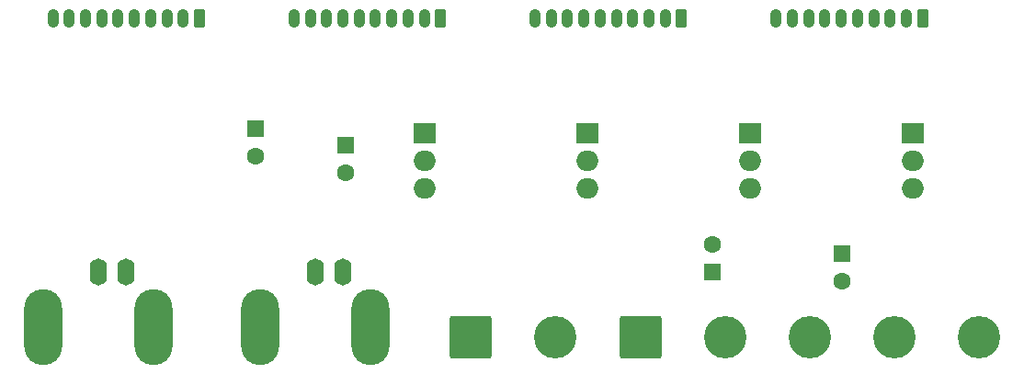
<source format=gbs>
G04 #@! TF.GenerationSoftware,KiCad,Pcbnew,8.0.7*
G04 #@! TF.CreationDate,2025-01-13T15:19:08-08:00*
G04 #@! TF.ProjectId,psu_linear_reg,7073755f-6c69-46e6-9561-725f7265672e,rev?*
G04 #@! TF.SameCoordinates,Original*
G04 #@! TF.FileFunction,Soldermask,Bot*
G04 #@! TF.FilePolarity,Negative*
%FSLAX46Y46*%
G04 Gerber Fmt 4.6, Leading zero omitted, Abs format (unit mm)*
G04 Created by KiCad (PCBNEW 8.0.7) date 2025-01-13 15:19:08*
%MOMM*%
%LPD*%
G01*
G04 APERTURE LIST*
G04 Aperture macros list*
%AMRoundRect*
0 Rectangle with rounded corners*
0 $1 Rounding radius*
0 $2 $3 $4 $5 $6 $7 $8 $9 X,Y pos of 4 corners*
0 Add a 4 corners polygon primitive as box body*
4,1,4,$2,$3,$4,$5,$6,$7,$8,$9,$2,$3,0*
0 Add four circle primitives for the rounded corners*
1,1,$1+$1,$2,$3*
1,1,$1+$1,$4,$5*
1,1,$1+$1,$6,$7*
1,1,$1+$1,$8,$9*
0 Add four rect primitives between the rounded corners*
20,1,$1+$1,$2,$3,$4,$5,0*
20,1,$1+$1,$4,$5,$6,$7,0*
20,1,$1+$1,$6,$7,$8,$9,0*
20,1,$1+$1,$8,$9,$2,$3,0*%
G04 Aperture macros list end*
%ADD10O,1.600000X2.500000*%
%ADD11O,3.500000X7.000000*%
%ADD12RoundRect,0.250000X0.265000X0.615000X-0.265000X0.615000X-0.265000X-0.615000X0.265000X-0.615000X0*%
%ADD13O,1.030000X1.730000*%
%ADD14O,2.000000X1.905000*%
%ADD15R,2.000000X1.905000*%
%ADD16RoundRect,0.250002X-1.699998X-1.699998X1.699998X-1.699998X1.699998X1.699998X-1.699998X1.699998X0*%
%ADD17C,3.900000*%
%ADD18R,1.600000X1.600000*%
%ADD19C,1.600000*%
G04 APERTURE END LIST*
D10*
X97000000Y-143000000D03*
D11*
X102080000Y-148080000D03*
D10*
X99540000Y-143000000D03*
D11*
X91920000Y-148080000D03*
D12*
X150700000Y-119600000D03*
D13*
X149200000Y-119600000D03*
X147700000Y-119600000D03*
X146200000Y-119600000D03*
X144700000Y-119600000D03*
X143200000Y-119600000D03*
X141700000Y-119600000D03*
X140200000Y-119600000D03*
X138700000Y-119600000D03*
X137200000Y-119600000D03*
D10*
X117000000Y-143000000D03*
D11*
X122080000Y-148080000D03*
D10*
X119540000Y-143000000D03*
D11*
X111920000Y-148080000D03*
D14*
X142000000Y-135330000D03*
X142000000Y-132790000D03*
D15*
X142000000Y-130250000D03*
D16*
X131300000Y-149000000D03*
D17*
X139100000Y-149000000D03*
D12*
X172900000Y-119600000D03*
D13*
X171400000Y-119600000D03*
X169900000Y-119600000D03*
X168400000Y-119600000D03*
X166900000Y-119600000D03*
X165400000Y-119600000D03*
X163900000Y-119600000D03*
X162400000Y-119600000D03*
X160900000Y-119600000D03*
X159400000Y-119600000D03*
D15*
X127000000Y-130250000D03*
D14*
X127000000Y-132790000D03*
X127000000Y-135330000D03*
D18*
X111500000Y-129817621D03*
D19*
X111500000Y-132317621D03*
D16*
X146900000Y-149000000D03*
D17*
X154700000Y-149000000D03*
X162500000Y-149000000D03*
X170300000Y-149000000D03*
X178100000Y-149000000D03*
D12*
X128500000Y-119600000D03*
D13*
X127000000Y-119600000D03*
X125500000Y-119600000D03*
X124000000Y-119600000D03*
X122500000Y-119600000D03*
X121000000Y-119600000D03*
X119500000Y-119600000D03*
X118000000Y-119600000D03*
X116500000Y-119600000D03*
X115000000Y-119600000D03*
D18*
X165500000Y-141317621D03*
D19*
X165500000Y-143817621D03*
D15*
X157000000Y-130250000D03*
D14*
X157000000Y-132790000D03*
X157000000Y-135330000D03*
D15*
X172000000Y-130250000D03*
D14*
X172000000Y-132790000D03*
X172000000Y-135330000D03*
D18*
X153500000Y-143000000D03*
D19*
X153500000Y-140500000D03*
D18*
X119750000Y-131317621D03*
D19*
X119750000Y-133817621D03*
D12*
X106300000Y-119600000D03*
D13*
X104800000Y-119600000D03*
X103300000Y-119600000D03*
X101800000Y-119600000D03*
X100300000Y-119600000D03*
X98800000Y-119600000D03*
X97300000Y-119600000D03*
X95800000Y-119600000D03*
X94300000Y-119600000D03*
X92800000Y-119600000D03*
M02*

</source>
